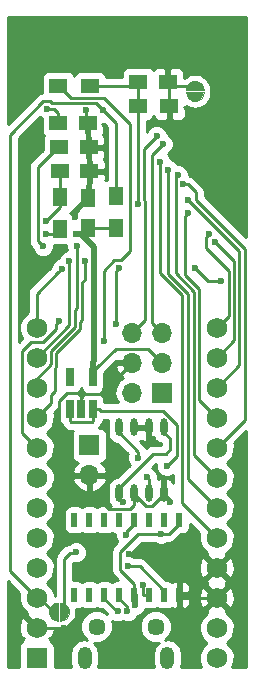
<source format=gbr>
G04 #@! TF.FileFunction,Copper,L2,Bot,Signal*
%FSLAX46Y46*%
G04 Gerber Fmt 4.6, Leading zero omitted, Abs format (unit mm)*
G04 Created by KiCad (PCBNEW 4.0.7) date 06/04/18 23:25:08*
%MOMM*%
%LPD*%
G01*
G04 APERTURE LIST*
%ADD10C,0.100000*%
%ADD11C,0.010000*%
%ADD12R,1.752600X1.752600*%
%ADD13C,1.752600*%
%ADD14R,1.500000X1.250000*%
%ADD15R,1.250000X1.500000*%
%ADD16C,0.400000*%
%ADD17R,1.300000X1.500000*%
%ADD18C,1.450000*%
%ADD19O,1.200000X1.900000*%
%ADD20R,0.650000X1.560000*%
%ADD21R,1.700000X1.700000*%
%ADD22O,1.700000X1.700000*%
%ADD23R,0.508000X1.143000*%
%ADD24O,0.609600X1.473200*%
%ADD25R,1.500000X1.300000*%
%ADD26C,0.600000*%
%ADD27C,0.250000*%
%ADD28C,0.500000*%
%ADD29C,0.254000*%
G04 APERTURE END LIST*
D10*
D11*
G36*
X114251040Y-104288260D02*
X114296240Y-104544760D01*
X114426540Y-104770360D01*
X114626040Y-104937760D01*
X114870840Y-105026860D01*
X115131240Y-105026860D01*
X115376040Y-104937760D01*
X115575540Y-104770360D01*
X115705840Y-104544760D01*
X115751040Y-104288260D01*
X114251040Y-104288260D01*
X114251040Y-104288260D01*
G37*
X114251040Y-104288260D02*
X114296240Y-104544760D01*
X114426540Y-104770360D01*
X114626040Y-104937760D01*
X114870840Y-105026860D01*
X115131240Y-105026860D01*
X115376040Y-104937760D01*
X115575540Y-104770360D01*
X115705840Y-104544760D01*
X115751040Y-104288260D01*
X114251040Y-104288260D01*
G36*
X115751040Y-104088260D02*
X115705840Y-103831760D01*
X115575540Y-103606160D01*
X115376040Y-103438760D01*
X115131240Y-103349660D01*
X114870840Y-103349660D01*
X114626040Y-103438760D01*
X114426540Y-103606160D01*
X114296240Y-103831760D01*
X114251040Y-104088260D01*
X115751040Y-104088260D01*
X115751040Y-104088260D01*
G37*
X115751040Y-104088260D02*
X115705840Y-103831760D01*
X115575540Y-103606160D01*
X115376040Y-103438760D01*
X115131240Y-103349660D01*
X114870840Y-103349660D01*
X114626040Y-103438760D01*
X114426540Y-103606160D01*
X114296240Y-103831760D01*
X114251040Y-104088260D01*
X115751040Y-104088260D01*
G36*
X103377060Y-147504720D02*
X103120560Y-147549920D01*
X102894960Y-147680220D01*
X102727560Y-147879720D01*
X102638460Y-148124520D01*
X102638460Y-148384920D01*
X102727560Y-148629720D01*
X102894960Y-148829220D01*
X103120560Y-148959520D01*
X103377060Y-149004720D01*
X103377060Y-147504720D01*
X103377060Y-147504720D01*
G37*
X103377060Y-147504720D02*
X103120560Y-147549920D01*
X102894960Y-147680220D01*
X102727560Y-147879720D01*
X102638460Y-148124520D01*
X102638460Y-148384920D01*
X102727560Y-148629720D01*
X102894960Y-148829220D01*
X103120560Y-148959520D01*
X103377060Y-149004720D01*
X103377060Y-147504720D01*
G36*
X103577060Y-149004720D02*
X103833560Y-148959520D01*
X104059160Y-148829220D01*
X104226560Y-148629720D01*
X104315660Y-148384920D01*
X104315660Y-148124520D01*
X104226560Y-147879720D01*
X104059160Y-147680220D01*
X103833560Y-147549920D01*
X103577060Y-147504720D01*
X103577060Y-149004720D01*
X103577060Y-149004720D01*
G37*
X103577060Y-149004720D02*
X103833560Y-148959520D01*
X104059160Y-148829220D01*
X104226560Y-148629720D01*
X104315660Y-148384920D01*
X104315660Y-148124520D01*
X104226560Y-147879720D01*
X104059160Y-147680220D01*
X103833560Y-147549920D01*
X103577060Y-147504720D01*
X103577060Y-149004720D01*
D12*
X101600000Y-152146000D03*
D13*
X101600000Y-149606000D03*
X101600000Y-147066000D03*
X101600000Y-144526000D03*
X101600000Y-141986000D03*
X101600000Y-139446000D03*
X101600000Y-136906000D03*
X101600000Y-134366000D03*
X101600000Y-131826000D03*
X101600000Y-129286000D03*
X101600000Y-126746000D03*
X101600000Y-124206000D03*
X116840000Y-124206000D03*
X116840000Y-126746000D03*
X116840000Y-129286000D03*
X116840000Y-131826000D03*
X116840000Y-134366000D03*
X116840000Y-136906000D03*
X116840000Y-139446000D03*
X116840000Y-141986000D03*
X116840000Y-144526000D03*
X116840000Y-147066000D03*
X116840000Y-149606000D03*
X116840000Y-152146000D03*
D14*
X103494200Y-108930440D03*
X105994200Y-108930440D03*
X103547540Y-110964980D03*
X106047540Y-110964980D03*
D15*
X105976420Y-115740180D03*
X105976420Y-113240180D03*
D16*
X115001040Y-103738260D03*
X115001040Y-104638260D03*
X115001040Y-104638260D03*
X115001040Y-103738260D03*
D17*
X103538020Y-113140500D03*
X103538020Y-115840500D03*
X108325921Y-113080821D03*
X108325921Y-115780821D03*
D14*
X103428160Y-106870500D03*
X105928160Y-106870500D03*
D18*
X106669200Y-149508980D03*
X111669200Y-149508980D03*
D19*
X105669200Y-152208980D03*
X112669200Y-152208980D03*
D20*
X106334640Y-131107180D03*
X105384640Y-131107180D03*
X104434640Y-131107180D03*
X104434640Y-128407180D03*
X106334640Y-128407180D03*
D21*
X106072940Y-134167880D03*
D22*
X106072940Y-136707880D03*
D23*
X113690400Y-140477240D03*
X111150400Y-140477240D03*
X109880400Y-140477240D03*
X108610400Y-140477240D03*
X107340400Y-140477240D03*
X106070400Y-140477240D03*
X104800400Y-140477240D03*
X104800400Y-146827240D03*
X106070400Y-146827240D03*
X107340400Y-146827240D03*
X108610400Y-146827240D03*
X109880400Y-146827240D03*
X111150400Y-146827240D03*
X112420400Y-146827240D03*
X113690400Y-146827240D03*
X112420400Y-140477240D03*
D21*
X112229900Y-129715260D03*
D22*
X109689900Y-129715260D03*
X112229900Y-127175260D03*
X109689900Y-127175260D03*
X112229900Y-124635260D03*
X109689900Y-124635260D03*
D16*
X103927060Y-148254720D03*
X103027060Y-148254720D03*
X103027060Y-148254720D03*
X103927060Y-148254720D03*
D24*
X112359440Y-138236960D03*
X111089440Y-138236960D03*
X109819440Y-138236960D03*
X108549440Y-138236960D03*
X108549440Y-132648960D03*
X109819440Y-132648960D03*
X111089440Y-132648960D03*
X112359440Y-132648960D03*
D14*
X110199800Y-103388160D03*
X112699800Y-103388160D03*
D25*
X103430080Y-103756460D03*
X106130080Y-103756460D03*
X110144580Y-105417620D03*
X112844580Y-105417620D03*
D26*
X103940000Y-149606000D03*
X106350000Y-143390000D03*
X109450000Y-143330000D03*
X111972968Y-143357040D03*
X105400000Y-129710000D03*
X104815640Y-114808000D03*
X105775760Y-105806484D03*
X101036120Y-120291860D03*
X112882680Y-138930380D03*
X111452771Y-133596380D03*
X103124000Y-100076000D03*
X102362000Y-100076000D03*
X109474000Y-100076000D03*
X116078000Y-100076000D03*
X116078000Y-98806000D03*
X109474000Y-98806000D03*
X103124000Y-98806000D03*
X102362000Y-98806000D03*
X102351840Y-115133120D03*
X102144164Y-117310340D03*
X104889300Y-116235480D03*
X111757460Y-108003340D03*
X107246420Y-105791000D03*
X112274185Y-108658339D03*
X102402640Y-116265960D03*
X105671708Y-118579336D03*
X103740379Y-119196281D03*
X108567220Y-119136330D03*
X108313220Y-123855480D03*
X110568164Y-146007023D03*
X103525320Y-123639580D03*
X104365728Y-118588588D03*
X105008691Y-117248951D03*
X116682210Y-116926346D03*
X116220410Y-116273078D03*
X112024560Y-110153001D03*
X112760760Y-110881160D03*
X113570969Y-111272954D03*
X113988612Y-112063856D03*
X114438623Y-114513360D03*
X114438623Y-113392642D03*
X117224186Y-120241060D03*
X115008660Y-119156480D03*
X102486460Y-105666540D03*
X108460000Y-148230000D03*
X108892184Y-138955728D03*
X109902325Y-147717229D03*
X112118140Y-141678660D03*
X109271888Y-148209742D03*
X112615980Y-135895080D03*
X107294680Y-125310900D03*
X110202751Y-135203616D03*
X110923364Y-136883375D03*
X104940000Y-143230000D03*
X109190049Y-141777720D03*
X109304969Y-144416780D03*
X110149810Y-113746280D03*
D27*
X101600000Y-149606000D02*
X103940000Y-149606000D01*
X111521664Y-143330000D02*
X109450000Y-143330000D01*
X111972968Y-143357040D02*
X111548704Y-143357040D01*
X111548704Y-143357040D02*
X111521664Y-143330000D01*
X105167460Y-129860000D02*
X105384640Y-130077180D01*
X105007480Y-129700020D02*
X105167460Y-129860000D01*
X105167460Y-129860000D02*
X105250000Y-129860000D01*
X105250000Y-129860000D02*
X105400000Y-129710000D01*
X106072940Y-137909961D02*
X106072940Y-136707880D01*
X109462261Y-139580739D02*
X107743718Y-139580739D01*
X107743718Y-139580739D02*
X106072940Y-137909961D01*
X109819440Y-139223560D02*
X109462261Y-139580739D01*
X109819440Y-138236960D02*
X109819440Y-139223560D01*
D28*
X104815640Y-114808000D02*
X104815640Y-114400960D01*
X104815640Y-114400960D02*
X105976420Y-113240180D01*
D27*
X105775760Y-105806484D02*
X105775760Y-106718100D01*
X105775760Y-106718100D02*
X105928160Y-106870500D01*
X115001040Y-103738260D02*
X113049900Y-103738260D01*
X113049900Y-103738260D02*
X112699800Y-103388160D01*
X112844580Y-105417620D02*
X112844580Y-103532940D01*
X112844580Y-103532940D02*
X112699800Y-103388160D01*
X105632260Y-129829560D02*
X107035600Y-129829560D01*
X107035600Y-129829560D02*
X109689900Y-127175260D01*
X105384640Y-130077180D02*
X105632260Y-129829560D01*
X104151798Y-129700020D02*
X105007480Y-129700020D01*
X105384640Y-130077180D02*
X105384640Y-131107180D01*
X103469440Y-135511540D02*
X103469440Y-130382378D01*
X103469440Y-130382378D02*
X104151798Y-129700020D01*
X104665780Y-136707880D02*
X103469440Y-135511540D01*
X106072940Y-136707880D02*
X104665780Y-136707880D01*
X109689900Y-126771300D02*
X109689900Y-127175260D01*
X112882680Y-138930380D02*
X112882680Y-138760200D01*
X112882680Y-138760200D02*
X112359440Y-138236960D01*
X112359440Y-138236960D02*
X112359440Y-138289445D01*
X112359440Y-138289445D02*
X111350315Y-139298570D01*
X111350315Y-139298570D02*
X110828565Y-139298570D01*
X109819440Y-138289445D02*
X110828565Y-139298570D01*
X109819440Y-138236960D02*
X109819440Y-138289445D01*
X111089440Y-132648960D02*
X111089440Y-133233049D01*
X111089440Y-133233049D02*
X111452771Y-133596380D01*
X110109000Y-138892280D02*
X110109000Y-138526520D01*
X110109000Y-138526520D02*
X109819440Y-138236960D01*
X109819440Y-132648960D02*
X111089440Y-132648960D01*
X105994200Y-108930440D02*
X105994200Y-106936540D01*
X105994200Y-106936540D02*
X105928160Y-106870500D01*
X116840000Y-147066000D02*
X113929160Y-147066000D01*
X113929160Y-147066000D02*
X113690400Y-146827240D01*
X106047540Y-110964980D02*
X106047540Y-108983780D01*
X106047540Y-108983780D02*
X105994200Y-108930440D01*
X105976420Y-113240180D02*
X105976420Y-111036100D01*
X105976420Y-111036100D02*
X106047540Y-110964980D01*
X102362000Y-100076000D02*
X103124000Y-100076000D01*
X116078000Y-100076000D02*
X109474000Y-100076000D01*
X109474000Y-98806000D02*
X116078000Y-98806000D01*
X102362000Y-98806000D02*
X103124000Y-98806000D01*
X103538020Y-113140500D02*
X103538020Y-110974500D01*
X103538020Y-110974500D02*
X103547540Y-110964980D01*
X103538020Y-113040500D02*
X103538020Y-113140500D01*
X103538020Y-113140500D02*
X103538020Y-113946940D01*
X103538020Y-113946940D02*
X102351840Y-115133120D01*
X103494200Y-108930440D02*
X103369200Y-108930440D01*
X101673660Y-116839836D02*
X101844165Y-117010341D01*
X101844165Y-117010341D02*
X102144164Y-117310340D01*
X103369200Y-108930440D02*
X101673660Y-110625980D01*
X101673660Y-110625980D02*
X101673660Y-116839836D01*
X108286561Y-126000259D02*
X106745800Y-127541020D01*
X106334640Y-127952180D02*
X106745800Y-127541020D01*
X106745800Y-127541020D02*
X106126040Y-128160780D01*
X106334640Y-128407180D02*
X106334640Y-127952180D01*
X108459019Y-126000259D02*
X108286561Y-126000259D01*
X112229900Y-127175260D02*
X111054899Y-126000259D01*
X111054899Y-126000259D02*
X108459019Y-126000259D01*
D28*
X106474260Y-117396176D02*
X106474260Y-126987560D01*
X106474260Y-126987560D02*
X106334640Y-127127180D01*
X106334640Y-127127180D02*
X106334640Y-128407180D01*
X105313564Y-116235480D02*
X106474260Y-117396176D01*
X104889300Y-116235480D02*
X105313564Y-116235480D01*
D27*
X105976420Y-115740180D02*
X108285280Y-115740180D01*
X108285280Y-115740180D02*
X108325921Y-115780821D01*
D28*
X104889300Y-116235480D02*
X105481120Y-116235480D01*
X105481120Y-116235480D02*
X105976420Y-115740180D01*
D27*
X110716060Y-109044740D02*
X111457461Y-108303339D01*
X110716060Y-113387526D02*
X110716060Y-109044740D01*
X110774812Y-123550348D02*
X110774812Y-113446278D01*
X109689900Y-124635260D02*
X110774812Y-123550348D01*
X111457461Y-108303339D02*
X111757460Y-108003340D01*
X110774812Y-113446278D02*
X110716060Y-113387526D01*
X106946421Y-105491001D02*
X107246420Y-105791000D01*
X106636892Y-105181472D02*
X106946421Y-105491001D01*
X102880676Y-105181472D02*
X106636892Y-105181472D01*
X102740742Y-105041538D02*
X102880676Y-105181472D01*
X102140738Y-105041538D02*
X102740742Y-105041538D01*
X99319080Y-107863196D02*
X102140738Y-105041538D01*
X99319080Y-144785080D02*
X99319080Y-107863196D01*
X101600000Y-147066000D02*
X99319080Y-144785080D01*
X108325921Y-106870501D02*
X107546419Y-106090999D01*
X108325921Y-113080821D02*
X108325921Y-106870501D01*
X107546419Y-106090999D02*
X107246420Y-105791000D01*
X101600000Y-147066000D02*
X101838340Y-147066000D01*
X101838340Y-147066000D02*
X103027060Y-148254720D01*
X112229900Y-124635260D02*
X111379901Y-123785261D01*
X111379901Y-109552623D02*
X111974186Y-108958338D01*
X111974186Y-108958338D02*
X112274185Y-108658339D01*
X111379901Y-123785261D02*
X111379901Y-109552623D01*
X102402640Y-116265960D02*
X103112560Y-116265960D01*
X103112560Y-116265960D02*
X103538020Y-115840500D01*
X101600000Y-131826000D02*
X101600000Y-131803140D01*
X101600000Y-131803140D02*
X102783640Y-130619500D01*
X103121460Y-129542466D02*
X103121460Y-127638877D01*
X102783640Y-130619500D02*
X102783640Y-129880286D01*
X102783640Y-129880286D02*
X103121460Y-129542466D01*
X103251312Y-126367508D02*
X105265749Y-124353072D01*
X103121460Y-127638877D02*
X103251312Y-127509025D01*
X103251312Y-127509025D02*
X103251312Y-126367508D01*
X105265749Y-124353072D02*
X105265749Y-123738109D01*
X105265749Y-123738109D02*
X105458701Y-123545159D01*
X105458701Y-123545159D02*
X105458701Y-120344759D01*
X105458701Y-120344759D02*
X105671708Y-120131752D01*
X105671708Y-120131752D02*
X105671708Y-119003600D01*
X105671708Y-119003600D02*
X105671708Y-118579336D01*
X101854000Y-131826000D02*
X101600000Y-131826000D01*
X103440380Y-119496280D02*
X103740379Y-119196281D01*
X101600000Y-124206000D02*
X101600000Y-121336660D01*
X101600000Y-121336660D02*
X103440380Y-119496280D01*
X108313220Y-123855480D02*
X108313220Y-119390330D01*
X108313220Y-119390330D02*
X108567220Y-119136330D01*
X110568164Y-146749004D02*
X110568164Y-146431287D01*
X110568164Y-146431287D02*
X110568164Y-146007023D01*
X111150400Y-146827240D02*
X110646400Y-146827240D01*
X110646400Y-146827240D02*
X110568164Y-146749004D01*
X101600000Y-134366000D02*
X100398699Y-133164699D01*
X100398699Y-133164699D02*
X100398699Y-126169375D01*
X102176625Y-125407301D02*
X103225321Y-124358605D01*
X103225321Y-123939579D02*
X103525320Y-123639580D01*
X100398699Y-126169375D02*
X101160773Y-125407301D01*
X101160773Y-125407301D02*
X102176625Y-125407301D01*
X103225321Y-124358605D02*
X103225321Y-123939579D01*
X101600000Y-126746000D02*
X104365728Y-123980272D01*
X104365728Y-123980272D02*
X104365728Y-119012852D01*
X104365728Y-119012852D02*
X104365728Y-118588588D01*
X105008691Y-117673215D02*
X105008691Y-117248951D01*
X105008691Y-122540878D02*
X105008691Y-117673215D01*
X104815738Y-122733831D02*
X105008691Y-122540878D01*
X102801301Y-126181109D02*
X104815738Y-124166672D01*
X102801301Y-127322625D02*
X102801301Y-126181109D01*
X101600000Y-128523926D02*
X102801301Y-127322625D01*
X101600000Y-129286000D02*
X101600000Y-128523926D01*
X104815738Y-124166672D02*
X104815738Y-122733831D01*
X116982209Y-117226345D02*
X116682210Y-116926346D01*
X116840000Y-126746000D02*
X118299207Y-125286793D01*
X118299207Y-118543343D02*
X116982209Y-117226345D01*
X118299207Y-125286793D02*
X118299207Y-118543343D01*
X115920411Y-117494417D02*
X115920411Y-116573077D01*
X117849196Y-123196804D02*
X117849196Y-119423202D01*
X117849196Y-119423202D02*
X115920411Y-117494417D01*
X116840000Y-124206000D02*
X117849196Y-123196804D01*
X115920411Y-116573077D02*
X116220410Y-116273078D01*
X112024560Y-119548040D02*
X112024560Y-110577265D01*
X112024560Y-110577265D02*
X112024560Y-110153001D01*
X116840000Y-141986000D02*
X113934240Y-139080240D01*
X113934240Y-139080240D02*
X113934240Y-121457720D01*
X113934240Y-121457720D02*
X112024560Y-119548040D01*
X112760760Y-111305424D02*
X112760760Y-110881160D01*
X112760760Y-119647829D02*
X112760760Y-111305424D01*
X114445211Y-121332280D02*
X112760760Y-119647829D01*
X114445211Y-137051211D02*
X114445211Y-121332280D01*
X116840000Y-139446000D02*
X114445211Y-137051211D01*
X116840000Y-136906000D02*
X114895222Y-134961222D01*
X113363602Y-111480321D02*
X113570969Y-111272954D01*
X114895222Y-121145880D02*
X113363602Y-119614261D01*
X113363602Y-119614261D02*
X113363602Y-111480321D01*
X114895222Y-134961222D02*
X114895222Y-121145880D01*
X116840000Y-134366000D02*
X119199229Y-132006771D01*
X119199229Y-117516838D02*
X115063624Y-113381233D01*
X119199229Y-132006771D02*
X119199229Y-117516838D01*
X115063624Y-112714604D02*
X114412876Y-112063856D01*
X114412876Y-112063856D02*
X113988612Y-112063856D01*
X115063624Y-113381233D02*
X115063624Y-112714604D01*
X114138624Y-114813359D02*
X114438623Y-114513360D01*
X115345233Y-130331233D02*
X115345233Y-120959480D01*
X114138624Y-119752871D02*
X114138624Y-114813359D01*
X116840000Y-131826000D02*
X115345233Y-130331233D01*
X115345233Y-120959480D02*
X114138624Y-119752871D01*
X116840000Y-129286000D02*
X118749218Y-127376782D01*
X118749218Y-117703237D02*
X114738622Y-113692641D01*
X118749218Y-127376782D02*
X118749218Y-117703237D01*
X114738622Y-113692641D02*
X114438623Y-113392642D01*
X116093240Y-120241060D02*
X116799922Y-120241060D01*
X115008660Y-119156480D02*
X116093240Y-120241060D01*
X116799922Y-120241060D02*
X117224186Y-120241060D01*
X103099200Y-105666540D02*
X102910724Y-105666540D01*
X103428160Y-106870500D02*
X103428160Y-105995500D01*
X102910724Y-105666540D02*
X102486460Y-105666540D01*
X103428160Y-105995500D02*
X103099200Y-105666540D01*
X107340400Y-146827240D02*
X107340400Y-147144740D01*
X107340400Y-147144740D02*
X108425660Y-148230000D01*
X108425660Y-148230000D02*
X108460000Y-148230000D01*
X110176336Y-141678660D02*
X111693876Y-141678660D01*
X108679968Y-143175028D02*
X110176336Y-141678660D01*
X108679968Y-144716781D02*
X108679968Y-143175028D01*
X111693876Y-141678660D02*
X112118140Y-141678660D01*
X109880400Y-145917213D02*
X108679968Y-144716781D01*
X109880400Y-146827240D02*
X109880400Y-145917213D01*
X108549440Y-138612984D02*
X108592185Y-138655729D01*
X108592185Y-138655729D02*
X108892184Y-138955728D01*
X108549440Y-138236960D02*
X108549440Y-138612984D01*
D28*
X109880400Y-146827240D02*
X109902325Y-146849165D01*
X109902325Y-146849165D02*
X109902325Y-147292965D01*
X109902325Y-147292965D02*
X109902325Y-147717229D01*
D27*
X113690400Y-140159740D02*
X113690400Y-140477240D01*
X108549440Y-138236960D02*
X108549440Y-138668760D01*
X108549440Y-138236960D02*
X108549440Y-137805160D01*
X112914240Y-133635560D02*
X112359440Y-133080760D01*
X112359440Y-133080760D02*
X112359440Y-132648960D01*
X108549440Y-137805160D02*
X111482978Y-134871622D01*
X112552762Y-134871622D02*
X112914240Y-134510144D01*
X112914240Y-134510144D02*
X112914240Y-133635560D01*
X111482978Y-134871622D02*
X112552762Y-134871622D01*
X113690400Y-140477240D02*
X113690400Y-140794740D01*
X113690400Y-140794740D02*
X112806480Y-141678660D01*
X112806480Y-141678660D02*
X112118140Y-141678660D01*
X108610400Y-146827240D02*
X108610400Y-147144740D01*
X109271888Y-147806228D02*
X109271888Y-148209742D01*
X108610400Y-147144740D02*
X109271888Y-147806228D01*
X113446560Y-132413595D02*
X113446560Y-135064500D01*
X113446560Y-135064500D02*
X112615980Y-135895080D01*
X107082360Y-131279900D02*
X112312865Y-131279900D01*
X112312865Y-131279900D02*
X113446560Y-132413595D01*
X106334640Y-131107180D02*
X106909640Y-131107180D01*
X106909640Y-131107180D02*
X107082360Y-131279900D01*
X106334640Y-131107180D02*
X106334640Y-132137180D01*
X106334640Y-132137180D02*
X106259639Y-132212181D01*
X106259639Y-132212181D02*
X104509641Y-132212181D01*
X104509641Y-132212181D02*
X104434640Y-132137180D01*
X104434640Y-132137180D02*
X104434640Y-131107180D01*
X104505081Y-104731461D02*
X107327341Y-104731461D01*
X108750100Y-118511320D02*
X108155740Y-118511320D01*
X107294680Y-119372380D02*
X107294680Y-124886636D01*
X103530080Y-103756460D02*
X104505081Y-104731461D01*
X107327341Y-104731461D02*
X109524800Y-106928920D01*
X108155740Y-118511320D02*
X107294680Y-119372380D01*
X103430080Y-103756460D02*
X103530080Y-103756460D01*
X109524800Y-117736620D02*
X108750100Y-118511320D01*
X107294680Y-124886636D02*
X107294680Y-125310900D01*
X109524800Y-106928920D02*
X109524800Y-117736620D01*
X110202751Y-134779352D02*
X110202751Y-135203616D01*
X110202751Y-134734071D02*
X110202751Y-134779352D01*
X108549440Y-133080760D02*
X110202751Y-134734071D01*
X108549440Y-132648960D02*
X108549440Y-133080760D01*
X111089440Y-137049451D02*
X110923364Y-136883375D01*
X111089440Y-138236960D02*
X111089440Y-137049451D01*
X103927060Y-146157100D02*
X103927060Y-143752940D01*
X104900000Y-143270000D02*
X104940000Y-143230000D01*
X103927060Y-143752940D02*
X104410000Y-143270000D01*
X104410000Y-143270000D02*
X104900000Y-143270000D01*
X103927060Y-148254720D02*
X103927060Y-146157100D01*
X103927060Y-146157100D02*
X103924100Y-146154140D01*
X109190049Y-141485091D02*
X109190049Y-141777720D01*
X109880400Y-140477240D02*
X109880400Y-140794740D01*
X109880400Y-140794740D02*
X109190049Y-141485091D01*
X109729233Y-144416780D02*
X109304969Y-144416780D01*
X110327440Y-144416780D02*
X109729233Y-144416780D01*
X112420400Y-146509740D02*
X110327440Y-144416780D01*
X112420400Y-146827240D02*
X112420400Y-146509740D01*
X110144580Y-113741050D02*
X110149810Y-113746280D01*
X110144580Y-105417620D02*
X110144580Y-113741050D01*
X110144580Y-105417620D02*
X110144580Y-103443380D01*
X110144580Y-103443380D02*
X110199800Y-103388160D01*
X106130080Y-103756460D02*
X109831500Y-103756460D01*
X109831500Y-103756460D02*
X110199800Y-103388160D01*
D29*
G36*
X119305000Y-152960000D02*
X118138409Y-152960000D01*
X118351037Y-152447935D01*
X118351562Y-151846703D01*
X118121965Y-151291036D01*
X117707302Y-150875649D01*
X118120471Y-150463200D01*
X118351037Y-149907935D01*
X118351562Y-149306703D01*
X118121965Y-148751036D01*
X117697200Y-148325529D01*
X117663408Y-148311497D01*
X117723396Y-148129001D01*
X116840000Y-147245605D01*
X115956604Y-148129001D01*
X116016447Y-148311056D01*
X115985036Y-148324035D01*
X115559529Y-148748800D01*
X115328963Y-149304065D01*
X115328438Y-149905297D01*
X115558035Y-150460964D01*
X115972698Y-150876351D01*
X115559529Y-151288800D01*
X115328963Y-151844065D01*
X115328438Y-152445297D01*
X115541109Y-152960000D01*
X113830609Y-152960000D01*
X113904200Y-152590032D01*
X113904200Y-151827928D01*
X113810191Y-151355314D01*
X113542477Y-150954651D01*
X113141814Y-150686937D01*
X112669200Y-150592928D01*
X112468348Y-150632880D01*
X112821480Y-150280364D01*
X113028963Y-149780688D01*
X113029436Y-149239646D01*
X112822824Y-148739608D01*
X112440584Y-148356700D01*
X111940908Y-148149217D01*
X111399866Y-148148744D01*
X110899828Y-148355356D01*
X110516920Y-148737596D01*
X110309437Y-149237272D01*
X110308964Y-149778314D01*
X110515576Y-150278352D01*
X110897816Y-150661260D01*
X111397492Y-150868743D01*
X111923805Y-150869203D01*
X111795923Y-150954651D01*
X111528209Y-151355314D01*
X111434200Y-151827928D01*
X111434200Y-152590032D01*
X111507791Y-152960000D01*
X106830609Y-152960000D01*
X106904200Y-152590032D01*
X106904200Y-151827928D01*
X106810191Y-151355314D01*
X106542477Y-150954651D01*
X106413928Y-150868757D01*
X106938534Y-150869216D01*
X107438572Y-150662604D01*
X107821480Y-150280364D01*
X108028963Y-149780688D01*
X108029436Y-149239646D01*
X107941639Y-149027161D01*
X108273201Y-149164838D01*
X108645167Y-149165162D01*
X108890516Y-149063786D01*
X109085089Y-149144580D01*
X109457055Y-149144904D01*
X109800831Y-149002859D01*
X110064080Y-148740069D01*
X110103179Y-148645909D01*
X110431268Y-148510346D01*
X110694517Y-148247556D01*
X110787309Y-148024089D01*
X110896400Y-148046180D01*
X111404400Y-148046180D01*
X111639717Y-148001902D01*
X111786307Y-147907574D01*
X111914510Y-147995171D01*
X112166400Y-148046180D01*
X112674400Y-148046180D01*
X112909717Y-148001902D01*
X113050771Y-147911136D01*
X113076702Y-147937067D01*
X113310091Y-148033740D01*
X113404650Y-148033740D01*
X113563400Y-147874990D01*
X113563400Y-146954240D01*
X113817400Y-146954240D01*
X113817400Y-147874990D01*
X113976150Y-148033740D01*
X114070709Y-148033740D01*
X114304098Y-147937067D01*
X114482727Y-147758439D01*
X114579400Y-147525050D01*
X114579400Y-147112990D01*
X114420650Y-146954240D01*
X113817400Y-146954240D01*
X113563400Y-146954240D01*
X113543400Y-146954240D01*
X113543400Y-146830997D01*
X115317118Y-146830997D01*
X115343109Y-147431668D01*
X115522973Y-147865896D01*
X115776999Y-147949396D01*
X116660395Y-147066000D01*
X117019605Y-147066000D01*
X117903001Y-147949396D01*
X118157027Y-147865896D01*
X118362882Y-147301003D01*
X118336891Y-146700332D01*
X118157027Y-146266104D01*
X117903001Y-146182604D01*
X117019605Y-147066000D01*
X116660395Y-147066000D01*
X115776999Y-146182604D01*
X115522973Y-146266104D01*
X115317118Y-146830997D01*
X113543400Y-146830997D01*
X113543400Y-146700240D01*
X113563400Y-146700240D01*
X113563400Y-145779490D01*
X113817400Y-145779490D01*
X113817400Y-146700240D01*
X114420650Y-146700240D01*
X114579400Y-146541490D01*
X114579400Y-146129430D01*
X114482727Y-145896041D01*
X114304098Y-145717413D01*
X114070709Y-145620740D01*
X113976150Y-145620740D01*
X113817400Y-145779490D01*
X113563400Y-145779490D01*
X113404650Y-145620740D01*
X113310091Y-145620740D01*
X113076702Y-145717413D01*
X113050165Y-145743949D01*
X112926290Y-145659309D01*
X112674400Y-145608300D01*
X112593762Y-145608300D01*
X112574463Y-145589001D01*
X115956604Y-145589001D01*
X116024646Y-145796000D01*
X115956604Y-146002999D01*
X116840000Y-146886395D01*
X117723396Y-146002999D01*
X117655354Y-145796000D01*
X117723396Y-145589001D01*
X116840000Y-144705605D01*
X115956604Y-145589001D01*
X112574463Y-145589001D01*
X111276459Y-144290997D01*
X115317118Y-144290997D01*
X115343109Y-144891668D01*
X115522973Y-145325896D01*
X115776999Y-145409396D01*
X116660395Y-144526000D01*
X117019605Y-144526000D01*
X117903001Y-145409396D01*
X118157027Y-145325896D01*
X118362882Y-144761003D01*
X118336891Y-144160332D01*
X118157027Y-143726104D01*
X117903001Y-143642604D01*
X117019605Y-144526000D01*
X116660395Y-144526000D01*
X115776999Y-143642604D01*
X115522973Y-143726104D01*
X115317118Y-144290997D01*
X111276459Y-144290997D01*
X110864841Y-143879379D01*
X110618279Y-143714632D01*
X110327440Y-143656780D01*
X109867432Y-143656780D01*
X109835296Y-143624588D01*
X109491768Y-143481942D01*
X109447894Y-143481904D01*
X110491138Y-142438660D01*
X111555677Y-142438660D01*
X111587813Y-142470852D01*
X111931341Y-142613498D01*
X112303307Y-142613822D01*
X112647083Y-142471777D01*
X112680258Y-142438660D01*
X112806480Y-142438660D01*
X113097319Y-142380808D01*
X113343881Y-142216061D01*
X113863762Y-141696180D01*
X113944400Y-141696180D01*
X114179717Y-141651902D01*
X114395841Y-141512830D01*
X114540831Y-141300630D01*
X114591840Y-141048740D01*
X114591840Y-140812642D01*
X115368367Y-141589169D01*
X115328963Y-141684065D01*
X115328438Y-142285297D01*
X115558035Y-142840964D01*
X115982800Y-143266471D01*
X116016592Y-143280503D01*
X115956604Y-143462999D01*
X116840000Y-144346395D01*
X117723396Y-143462999D01*
X117663553Y-143280944D01*
X117694964Y-143267965D01*
X118120471Y-142843200D01*
X118351037Y-142287935D01*
X118351562Y-141686703D01*
X118121965Y-141131036D01*
X117707302Y-140715649D01*
X118120471Y-140303200D01*
X118351037Y-139747935D01*
X118351562Y-139146703D01*
X118121965Y-138591036D01*
X117707302Y-138175649D01*
X118120471Y-137763200D01*
X118351037Y-137207935D01*
X118351562Y-136606703D01*
X118121965Y-136051036D01*
X117707302Y-135635649D01*
X118120471Y-135223200D01*
X118351037Y-134667935D01*
X118351562Y-134066703D01*
X118311370Y-133969432D01*
X119305000Y-132975802D01*
X119305000Y-152960000D01*
X119305000Y-152960000D01*
G37*
X119305000Y-152960000D02*
X118138409Y-152960000D01*
X118351037Y-152447935D01*
X118351562Y-151846703D01*
X118121965Y-151291036D01*
X117707302Y-150875649D01*
X118120471Y-150463200D01*
X118351037Y-149907935D01*
X118351562Y-149306703D01*
X118121965Y-148751036D01*
X117697200Y-148325529D01*
X117663408Y-148311497D01*
X117723396Y-148129001D01*
X116840000Y-147245605D01*
X115956604Y-148129001D01*
X116016447Y-148311056D01*
X115985036Y-148324035D01*
X115559529Y-148748800D01*
X115328963Y-149304065D01*
X115328438Y-149905297D01*
X115558035Y-150460964D01*
X115972698Y-150876351D01*
X115559529Y-151288800D01*
X115328963Y-151844065D01*
X115328438Y-152445297D01*
X115541109Y-152960000D01*
X113830609Y-152960000D01*
X113904200Y-152590032D01*
X113904200Y-151827928D01*
X113810191Y-151355314D01*
X113542477Y-150954651D01*
X113141814Y-150686937D01*
X112669200Y-150592928D01*
X112468348Y-150632880D01*
X112821480Y-150280364D01*
X113028963Y-149780688D01*
X113029436Y-149239646D01*
X112822824Y-148739608D01*
X112440584Y-148356700D01*
X111940908Y-148149217D01*
X111399866Y-148148744D01*
X110899828Y-148355356D01*
X110516920Y-148737596D01*
X110309437Y-149237272D01*
X110308964Y-149778314D01*
X110515576Y-150278352D01*
X110897816Y-150661260D01*
X111397492Y-150868743D01*
X111923805Y-150869203D01*
X111795923Y-150954651D01*
X111528209Y-151355314D01*
X111434200Y-151827928D01*
X111434200Y-152590032D01*
X111507791Y-152960000D01*
X106830609Y-152960000D01*
X106904200Y-152590032D01*
X106904200Y-151827928D01*
X106810191Y-151355314D01*
X106542477Y-150954651D01*
X106413928Y-150868757D01*
X106938534Y-150869216D01*
X107438572Y-150662604D01*
X107821480Y-150280364D01*
X108028963Y-149780688D01*
X108029436Y-149239646D01*
X107941639Y-149027161D01*
X108273201Y-149164838D01*
X108645167Y-149165162D01*
X108890516Y-149063786D01*
X109085089Y-149144580D01*
X109457055Y-149144904D01*
X109800831Y-149002859D01*
X110064080Y-148740069D01*
X110103179Y-148645909D01*
X110431268Y-148510346D01*
X110694517Y-148247556D01*
X110787309Y-148024089D01*
X110896400Y-148046180D01*
X111404400Y-148046180D01*
X111639717Y-148001902D01*
X111786307Y-147907574D01*
X111914510Y-147995171D01*
X112166400Y-148046180D01*
X112674400Y-148046180D01*
X112909717Y-148001902D01*
X113050771Y-147911136D01*
X113076702Y-147937067D01*
X113310091Y-148033740D01*
X113404650Y-148033740D01*
X113563400Y-147874990D01*
X113563400Y-146954240D01*
X113817400Y-146954240D01*
X113817400Y-147874990D01*
X113976150Y-148033740D01*
X114070709Y-148033740D01*
X114304098Y-147937067D01*
X114482727Y-147758439D01*
X114579400Y-147525050D01*
X114579400Y-147112990D01*
X114420650Y-146954240D01*
X113817400Y-146954240D01*
X113563400Y-146954240D01*
X113543400Y-146954240D01*
X113543400Y-146830997D01*
X115317118Y-146830997D01*
X115343109Y-147431668D01*
X115522973Y-147865896D01*
X115776999Y-147949396D01*
X116660395Y-147066000D01*
X117019605Y-147066000D01*
X117903001Y-147949396D01*
X118157027Y-147865896D01*
X118362882Y-147301003D01*
X118336891Y-146700332D01*
X118157027Y-146266104D01*
X117903001Y-146182604D01*
X117019605Y-147066000D01*
X116660395Y-147066000D01*
X115776999Y-146182604D01*
X115522973Y-146266104D01*
X115317118Y-146830997D01*
X113543400Y-146830997D01*
X113543400Y-146700240D01*
X113563400Y-146700240D01*
X113563400Y-145779490D01*
X113817400Y-145779490D01*
X113817400Y-146700240D01*
X114420650Y-146700240D01*
X114579400Y-146541490D01*
X114579400Y-146129430D01*
X114482727Y-145896041D01*
X114304098Y-145717413D01*
X114070709Y-145620740D01*
X113976150Y-145620740D01*
X113817400Y-145779490D01*
X113563400Y-145779490D01*
X113404650Y-145620740D01*
X113310091Y-145620740D01*
X113076702Y-145717413D01*
X113050165Y-145743949D01*
X112926290Y-145659309D01*
X112674400Y-145608300D01*
X112593762Y-145608300D01*
X112574463Y-145589001D01*
X115956604Y-145589001D01*
X116024646Y-145796000D01*
X115956604Y-146002999D01*
X116840000Y-146886395D01*
X117723396Y-146002999D01*
X117655354Y-145796000D01*
X117723396Y-145589001D01*
X116840000Y-144705605D01*
X115956604Y-145589001D01*
X112574463Y-145589001D01*
X111276459Y-144290997D01*
X115317118Y-144290997D01*
X115343109Y-144891668D01*
X115522973Y-145325896D01*
X115776999Y-145409396D01*
X116660395Y-144526000D01*
X117019605Y-144526000D01*
X117903001Y-145409396D01*
X118157027Y-145325896D01*
X118362882Y-144761003D01*
X118336891Y-144160332D01*
X118157027Y-143726104D01*
X117903001Y-143642604D01*
X117019605Y-144526000D01*
X116660395Y-144526000D01*
X115776999Y-143642604D01*
X115522973Y-143726104D01*
X115317118Y-144290997D01*
X111276459Y-144290997D01*
X110864841Y-143879379D01*
X110618279Y-143714632D01*
X110327440Y-143656780D01*
X109867432Y-143656780D01*
X109835296Y-143624588D01*
X109491768Y-143481942D01*
X109447894Y-143481904D01*
X110491138Y-142438660D01*
X111555677Y-142438660D01*
X111587813Y-142470852D01*
X111931341Y-142613498D01*
X112303307Y-142613822D01*
X112647083Y-142471777D01*
X112680258Y-142438660D01*
X112806480Y-142438660D01*
X113097319Y-142380808D01*
X113343881Y-142216061D01*
X113863762Y-141696180D01*
X113944400Y-141696180D01*
X114179717Y-141651902D01*
X114395841Y-141512830D01*
X114540831Y-141300630D01*
X114591840Y-141048740D01*
X114591840Y-140812642D01*
X115368367Y-141589169D01*
X115328963Y-141684065D01*
X115328438Y-142285297D01*
X115558035Y-142840964D01*
X115982800Y-143266471D01*
X116016592Y-143280503D01*
X115956604Y-143462999D01*
X116840000Y-144346395D01*
X117723396Y-143462999D01*
X117663553Y-143280944D01*
X117694964Y-143267965D01*
X118120471Y-142843200D01*
X118351037Y-142287935D01*
X118351562Y-141686703D01*
X118121965Y-141131036D01*
X117707302Y-140715649D01*
X118120471Y-140303200D01*
X118351037Y-139747935D01*
X118351562Y-139146703D01*
X118121965Y-138591036D01*
X117707302Y-138175649D01*
X118120471Y-137763200D01*
X118351037Y-137207935D01*
X118351562Y-136606703D01*
X118121965Y-136051036D01*
X117707302Y-135635649D01*
X118120471Y-135223200D01*
X118351037Y-134667935D01*
X118351562Y-134066703D01*
X118311370Y-133969432D01*
X119305000Y-132975802D01*
X119305000Y-152960000D01*
G36*
X106834510Y-147995171D02*
X107086400Y-148046180D01*
X107167038Y-148046180D01*
X107524848Y-148403990D01*
X107524838Y-148415167D01*
X107543122Y-148459417D01*
X107440584Y-148356700D01*
X106940908Y-148149217D01*
X106399866Y-148148744D01*
X105899828Y-148355356D01*
X105516920Y-148737596D01*
X105309437Y-149237272D01*
X105308964Y-149778314D01*
X105515576Y-150278352D01*
X105869345Y-150632739D01*
X105669200Y-150592928D01*
X105196586Y-150686937D01*
X104795923Y-150954651D01*
X104528209Y-151355314D01*
X104434200Y-151827928D01*
X104434200Y-152590032D01*
X104507791Y-152960000D01*
X103123740Y-152960000D01*
X103123740Y-151269700D01*
X103079462Y-151034383D01*
X102940390Y-150818259D01*
X102728190Y-150673269D01*
X102711720Y-150669934D01*
X102777631Y-150604023D01*
X102663003Y-150489395D01*
X102917027Y-150405896D01*
X103122882Y-149841003D01*
X103112801Y-149608014D01*
X103265992Y-149635009D01*
X103322059Y-149633780D01*
X103377060Y-149644720D01*
X103445689Y-149631069D01*
X103477060Y-149630381D01*
X103508431Y-149631069D01*
X103577060Y-149644720D01*
X103632061Y-149633780D01*
X103688128Y-149635009D01*
X103944628Y-149589809D01*
X104048317Y-149549499D01*
X104153652Y-149513723D01*
X104379251Y-149383423D01*
X104462769Y-149310156D01*
X104549429Y-149240604D01*
X104716829Y-149041103D01*
X104770293Y-148943651D01*
X104827963Y-148848613D01*
X104917063Y-148603813D01*
X104933973Y-148493947D01*
X104955660Y-148384920D01*
X104955660Y-148124520D01*
X104940077Y-148046180D01*
X105054400Y-148046180D01*
X105289717Y-148001902D01*
X105436307Y-147907574D01*
X105564510Y-147995171D01*
X105816400Y-148046180D01*
X106324400Y-148046180D01*
X106559717Y-148001902D01*
X106706307Y-147907574D01*
X106834510Y-147995171D01*
X106834510Y-147995171D01*
G37*
X106834510Y-147995171D02*
X107086400Y-148046180D01*
X107167038Y-148046180D01*
X107524848Y-148403990D01*
X107524838Y-148415167D01*
X107543122Y-148459417D01*
X107440584Y-148356700D01*
X106940908Y-148149217D01*
X106399866Y-148148744D01*
X105899828Y-148355356D01*
X105516920Y-148737596D01*
X105309437Y-149237272D01*
X105308964Y-149778314D01*
X105515576Y-150278352D01*
X105869345Y-150632739D01*
X105669200Y-150592928D01*
X105196586Y-150686937D01*
X104795923Y-150954651D01*
X104528209Y-151355314D01*
X104434200Y-151827928D01*
X104434200Y-152590032D01*
X104507791Y-152960000D01*
X103123740Y-152960000D01*
X103123740Y-151269700D01*
X103079462Y-151034383D01*
X102940390Y-150818259D01*
X102728190Y-150673269D01*
X102711720Y-150669934D01*
X102777631Y-150604023D01*
X102663003Y-150489395D01*
X102917027Y-150405896D01*
X103122882Y-149841003D01*
X103112801Y-149608014D01*
X103265992Y-149635009D01*
X103322059Y-149633780D01*
X103377060Y-149644720D01*
X103445689Y-149631069D01*
X103477060Y-149630381D01*
X103508431Y-149631069D01*
X103577060Y-149644720D01*
X103632061Y-149633780D01*
X103688128Y-149635009D01*
X103944628Y-149589809D01*
X104048317Y-149549499D01*
X104153652Y-149513723D01*
X104379251Y-149383423D01*
X104462769Y-149310156D01*
X104549429Y-149240604D01*
X104716829Y-149041103D01*
X104770293Y-148943651D01*
X104827963Y-148848613D01*
X104917063Y-148603813D01*
X104933973Y-148493947D01*
X104955660Y-148384920D01*
X104955660Y-148124520D01*
X104940077Y-148046180D01*
X105054400Y-148046180D01*
X105289717Y-148001902D01*
X105436307Y-147907574D01*
X105564510Y-147995171D01*
X105816400Y-148046180D01*
X106324400Y-148046180D01*
X106559717Y-148001902D01*
X106706307Y-147907574D01*
X106834510Y-147995171D01*
G36*
X100128367Y-146669169D02*
X100088963Y-146764065D01*
X100088438Y-147365297D01*
X100318035Y-147920964D01*
X100742800Y-148346471D01*
X100776592Y-148360503D01*
X100716604Y-148542999D01*
X101600000Y-149426395D01*
X101614143Y-149412253D01*
X101793748Y-149591858D01*
X101779605Y-149606000D01*
X101793748Y-149620143D01*
X101614143Y-149799748D01*
X101600000Y-149785605D01*
X101585858Y-149799748D01*
X101406253Y-149620143D01*
X101420395Y-149606000D01*
X100536999Y-148722604D01*
X100282973Y-148806104D01*
X100077118Y-149370997D01*
X100103109Y-149971668D01*
X100282973Y-150405896D01*
X100536997Y-150489395D01*
X100422369Y-150604023D01*
X100486254Y-150667908D01*
X100272259Y-150805610D01*
X100127269Y-151017810D01*
X100076260Y-151269700D01*
X100076260Y-152960000D01*
X99135000Y-152960000D01*
X99135000Y-145675802D01*
X100128367Y-146669169D01*
X100128367Y-146669169D01*
G37*
X100128367Y-146669169D02*
X100088963Y-146764065D01*
X100088438Y-147365297D01*
X100318035Y-147920964D01*
X100742800Y-148346471D01*
X100776592Y-148360503D01*
X100716604Y-148542999D01*
X101600000Y-149426395D01*
X101614143Y-149412253D01*
X101793748Y-149591858D01*
X101779605Y-149606000D01*
X101793748Y-149620143D01*
X101614143Y-149799748D01*
X101600000Y-149785605D01*
X101585858Y-149799748D01*
X101406253Y-149620143D01*
X101420395Y-149606000D01*
X100536999Y-148722604D01*
X100282973Y-148806104D01*
X100077118Y-149370997D01*
X100103109Y-149971668D01*
X100282973Y-150405896D01*
X100536997Y-150489395D01*
X100422369Y-150604023D01*
X100486254Y-150667908D01*
X100272259Y-150805610D01*
X100127269Y-151017810D01*
X100076260Y-151269700D01*
X100076260Y-152960000D01*
X99135000Y-152960000D01*
X99135000Y-145675802D01*
X100128367Y-146669169D01*
G36*
X103462200Y-131887180D02*
X103506478Y-132122497D01*
X103645550Y-132338621D01*
X103725588Y-132393308D01*
X103732492Y-132428019D01*
X103897239Y-132674581D01*
X103972240Y-132749582D01*
X104218801Y-132914329D01*
X104267055Y-132923927D01*
X104509641Y-132972181D01*
X104690606Y-132972181D01*
X104626509Y-133065990D01*
X104575500Y-133317880D01*
X104575500Y-135017880D01*
X104619778Y-135253197D01*
X104758850Y-135469321D01*
X104971050Y-135614311D01*
X105079047Y-135636181D01*
X104801295Y-135940956D01*
X104631464Y-136350990D01*
X104752785Y-136580880D01*
X105945940Y-136580880D01*
X105945940Y-136560880D01*
X106199940Y-136560880D01*
X106199940Y-136580880D01*
X107393095Y-136580880D01*
X107514416Y-136350990D01*
X107344585Y-135940956D01*
X107068439Y-135637943D01*
X107158257Y-135621042D01*
X107374381Y-135481970D01*
X107519371Y-135269770D01*
X107570380Y-135017880D01*
X107570380Y-133317880D01*
X107526102Y-133082563D01*
X107387030Y-132866439D01*
X107174830Y-132721449D01*
X106922940Y-132670440D01*
X106874808Y-132670440D01*
X107036788Y-132428020D01*
X107043390Y-132394828D01*
X107111081Y-132351270D01*
X107256071Y-132139070D01*
X107276153Y-132039900D01*
X107639554Y-132039900D01*
X107609640Y-132190289D01*
X107609640Y-133107631D01*
X107681178Y-133467277D01*
X107884901Y-133772170D01*
X108189794Y-133975893D01*
X108414460Y-134020582D01*
X109309806Y-134915928D01*
X109267913Y-135016817D01*
X109267589Y-135388783D01*
X109409634Y-135732559D01*
X109478376Y-135801422D01*
X108414460Y-136865338D01*
X108189794Y-136910027D01*
X107884901Y-137113750D01*
X107681178Y-137418643D01*
X107609640Y-137778289D01*
X107609640Y-138695631D01*
X107681178Y-139055277D01*
X107854804Y-139315126D01*
X107846290Y-139309309D01*
X107594400Y-139258300D01*
X107086400Y-139258300D01*
X106851083Y-139302578D01*
X106704493Y-139396906D01*
X106576290Y-139309309D01*
X106324400Y-139258300D01*
X105816400Y-139258300D01*
X105581083Y-139302578D01*
X105434493Y-139396906D01*
X105306290Y-139309309D01*
X105054400Y-139258300D01*
X104546400Y-139258300D01*
X104311083Y-139302578D01*
X104094959Y-139441650D01*
X103949969Y-139653850D01*
X103898960Y-139905740D01*
X103898960Y-141048740D01*
X103943238Y-141284057D01*
X104082310Y-141500181D01*
X104294510Y-141645171D01*
X104546400Y-141696180D01*
X105054400Y-141696180D01*
X105289717Y-141651902D01*
X105436307Y-141557574D01*
X105564510Y-141645171D01*
X105816400Y-141696180D01*
X106324400Y-141696180D01*
X106559717Y-141651902D01*
X106706307Y-141557574D01*
X106834510Y-141645171D01*
X107086400Y-141696180D01*
X107594400Y-141696180D01*
X107829717Y-141651902D01*
X107976307Y-141557574D01*
X108104510Y-141645171D01*
X108255137Y-141675674D01*
X108254887Y-141962887D01*
X108396932Y-142306663D01*
X108435198Y-142344996D01*
X108142567Y-142637627D01*
X107977820Y-142884189D01*
X107919968Y-143175028D01*
X107919968Y-144716781D01*
X107977820Y-145007620D01*
X108142567Y-145254182D01*
X108496685Y-145608300D01*
X108356400Y-145608300D01*
X108121083Y-145652578D01*
X107974493Y-145746906D01*
X107846290Y-145659309D01*
X107594400Y-145608300D01*
X107086400Y-145608300D01*
X106851083Y-145652578D01*
X106704493Y-145746906D01*
X106576290Y-145659309D01*
X106324400Y-145608300D01*
X105816400Y-145608300D01*
X105581083Y-145652578D01*
X105434493Y-145746906D01*
X105306290Y-145659309D01*
X105054400Y-145608300D01*
X104687060Y-145608300D01*
X104687060Y-144137374D01*
X104753201Y-144164838D01*
X105125167Y-144165162D01*
X105468943Y-144023117D01*
X105732192Y-143760327D01*
X105874838Y-143416799D01*
X105875162Y-143044833D01*
X105733117Y-142701057D01*
X105470327Y-142437808D01*
X105126799Y-142295162D01*
X104754833Y-142294838D01*
X104411057Y-142436883D01*
X104319849Y-142527932D01*
X104119160Y-142567852D01*
X103872599Y-142732599D01*
X103389659Y-143215539D01*
X103224912Y-143462101D01*
X103167060Y-143752940D01*
X103167060Y-146139259D01*
X103164100Y-146154140D01*
X103167060Y-146169021D01*
X103167060Y-146891865D01*
X103111444Y-146901665D01*
X103111562Y-146766703D01*
X102881965Y-146211036D01*
X102467302Y-145795649D01*
X102880471Y-145383200D01*
X103111037Y-144827935D01*
X103111562Y-144226703D01*
X102881965Y-143671036D01*
X102467302Y-143255649D01*
X102880471Y-142843200D01*
X103111037Y-142287935D01*
X103111562Y-141686703D01*
X102881965Y-141131036D01*
X102467302Y-140715649D01*
X102880471Y-140303200D01*
X103111037Y-139747935D01*
X103111562Y-139146703D01*
X102881965Y-138591036D01*
X102467302Y-138175649D01*
X102880471Y-137763200D01*
X103111037Y-137207935D01*
X103111162Y-137064770D01*
X104631464Y-137064770D01*
X104801295Y-137474804D01*
X105191582Y-137903063D01*
X105716048Y-138149366D01*
X105945940Y-138028699D01*
X105945940Y-136834880D01*
X106199940Y-136834880D01*
X106199940Y-138028699D01*
X106429832Y-138149366D01*
X106954298Y-137903063D01*
X107344585Y-137474804D01*
X107514416Y-137064770D01*
X107393095Y-136834880D01*
X106199940Y-136834880D01*
X105945940Y-136834880D01*
X104752785Y-136834880D01*
X104631464Y-137064770D01*
X103111162Y-137064770D01*
X103111562Y-136606703D01*
X102881965Y-136051036D01*
X102467302Y-135635649D01*
X102880471Y-135223200D01*
X103111037Y-134667935D01*
X103111562Y-134066703D01*
X102881965Y-133511036D01*
X102467302Y-133095649D01*
X102880471Y-132683200D01*
X103111037Y-132127935D01*
X103111562Y-131526703D01*
X103064686Y-131413256D01*
X103321041Y-131156901D01*
X103462200Y-130945641D01*
X103462200Y-131887180D01*
X103462200Y-131887180D01*
G37*
X103462200Y-131887180D02*
X103506478Y-132122497D01*
X103645550Y-132338621D01*
X103725588Y-132393308D01*
X103732492Y-132428019D01*
X103897239Y-132674581D01*
X103972240Y-132749582D01*
X104218801Y-132914329D01*
X104267055Y-132923927D01*
X104509641Y-132972181D01*
X104690606Y-132972181D01*
X104626509Y-133065990D01*
X104575500Y-133317880D01*
X104575500Y-135017880D01*
X104619778Y-135253197D01*
X104758850Y-135469321D01*
X104971050Y-135614311D01*
X105079047Y-135636181D01*
X104801295Y-135940956D01*
X104631464Y-136350990D01*
X104752785Y-136580880D01*
X105945940Y-136580880D01*
X105945940Y-136560880D01*
X106199940Y-136560880D01*
X106199940Y-136580880D01*
X107393095Y-136580880D01*
X107514416Y-136350990D01*
X107344585Y-135940956D01*
X107068439Y-135637943D01*
X107158257Y-135621042D01*
X107374381Y-135481970D01*
X107519371Y-135269770D01*
X107570380Y-135017880D01*
X107570380Y-133317880D01*
X107526102Y-133082563D01*
X107387030Y-132866439D01*
X107174830Y-132721449D01*
X106922940Y-132670440D01*
X106874808Y-132670440D01*
X107036788Y-132428020D01*
X107043390Y-132394828D01*
X107111081Y-132351270D01*
X107256071Y-132139070D01*
X107276153Y-132039900D01*
X107639554Y-132039900D01*
X107609640Y-132190289D01*
X107609640Y-133107631D01*
X107681178Y-133467277D01*
X107884901Y-133772170D01*
X108189794Y-133975893D01*
X108414460Y-134020582D01*
X109309806Y-134915928D01*
X109267913Y-135016817D01*
X109267589Y-135388783D01*
X109409634Y-135732559D01*
X109478376Y-135801422D01*
X108414460Y-136865338D01*
X108189794Y-136910027D01*
X107884901Y-137113750D01*
X107681178Y-137418643D01*
X107609640Y-137778289D01*
X107609640Y-138695631D01*
X107681178Y-139055277D01*
X107854804Y-139315126D01*
X107846290Y-139309309D01*
X107594400Y-139258300D01*
X107086400Y-139258300D01*
X106851083Y-139302578D01*
X106704493Y-139396906D01*
X106576290Y-139309309D01*
X106324400Y-139258300D01*
X105816400Y-139258300D01*
X105581083Y-139302578D01*
X105434493Y-139396906D01*
X105306290Y-139309309D01*
X105054400Y-139258300D01*
X104546400Y-139258300D01*
X104311083Y-139302578D01*
X104094959Y-139441650D01*
X103949969Y-139653850D01*
X103898960Y-139905740D01*
X103898960Y-141048740D01*
X103943238Y-141284057D01*
X104082310Y-141500181D01*
X104294510Y-141645171D01*
X104546400Y-141696180D01*
X105054400Y-141696180D01*
X105289717Y-141651902D01*
X105436307Y-141557574D01*
X105564510Y-141645171D01*
X105816400Y-141696180D01*
X106324400Y-141696180D01*
X106559717Y-141651902D01*
X106706307Y-141557574D01*
X106834510Y-141645171D01*
X107086400Y-141696180D01*
X107594400Y-141696180D01*
X107829717Y-141651902D01*
X107976307Y-141557574D01*
X108104510Y-141645171D01*
X108255137Y-141675674D01*
X108254887Y-141962887D01*
X108396932Y-142306663D01*
X108435198Y-142344996D01*
X108142567Y-142637627D01*
X107977820Y-142884189D01*
X107919968Y-143175028D01*
X107919968Y-144716781D01*
X107977820Y-145007620D01*
X108142567Y-145254182D01*
X108496685Y-145608300D01*
X108356400Y-145608300D01*
X108121083Y-145652578D01*
X107974493Y-145746906D01*
X107846290Y-145659309D01*
X107594400Y-145608300D01*
X107086400Y-145608300D01*
X106851083Y-145652578D01*
X106704493Y-145746906D01*
X106576290Y-145659309D01*
X106324400Y-145608300D01*
X105816400Y-145608300D01*
X105581083Y-145652578D01*
X105434493Y-145746906D01*
X105306290Y-145659309D01*
X105054400Y-145608300D01*
X104687060Y-145608300D01*
X104687060Y-144137374D01*
X104753201Y-144164838D01*
X105125167Y-144165162D01*
X105468943Y-144023117D01*
X105732192Y-143760327D01*
X105874838Y-143416799D01*
X105875162Y-143044833D01*
X105733117Y-142701057D01*
X105470327Y-142437808D01*
X105126799Y-142295162D01*
X104754833Y-142294838D01*
X104411057Y-142436883D01*
X104319849Y-142527932D01*
X104119160Y-142567852D01*
X103872599Y-142732599D01*
X103389659Y-143215539D01*
X103224912Y-143462101D01*
X103167060Y-143752940D01*
X103167060Y-146139259D01*
X103164100Y-146154140D01*
X103167060Y-146169021D01*
X103167060Y-146891865D01*
X103111444Y-146901665D01*
X103111562Y-146766703D01*
X102881965Y-146211036D01*
X102467302Y-145795649D01*
X102880471Y-145383200D01*
X103111037Y-144827935D01*
X103111562Y-144226703D01*
X102881965Y-143671036D01*
X102467302Y-143255649D01*
X102880471Y-142843200D01*
X103111037Y-142287935D01*
X103111562Y-141686703D01*
X102881965Y-141131036D01*
X102467302Y-140715649D01*
X102880471Y-140303200D01*
X103111037Y-139747935D01*
X103111562Y-139146703D01*
X102881965Y-138591036D01*
X102467302Y-138175649D01*
X102880471Y-137763200D01*
X103111037Y-137207935D01*
X103111162Y-137064770D01*
X104631464Y-137064770D01*
X104801295Y-137474804D01*
X105191582Y-137903063D01*
X105716048Y-138149366D01*
X105945940Y-138028699D01*
X105945940Y-136834880D01*
X106199940Y-136834880D01*
X106199940Y-138028699D01*
X106429832Y-138149366D01*
X106954298Y-137903063D01*
X107344585Y-137474804D01*
X107514416Y-137064770D01*
X107393095Y-136834880D01*
X106199940Y-136834880D01*
X105945940Y-136834880D01*
X104752785Y-136834880D01*
X104631464Y-137064770D01*
X103111162Y-137064770D01*
X103111562Y-136606703D01*
X102881965Y-136051036D01*
X102467302Y-135635649D01*
X102880471Y-135223200D01*
X103111037Y-134667935D01*
X103111562Y-134066703D01*
X102881965Y-133511036D01*
X102467302Y-133095649D01*
X102880471Y-132683200D01*
X103111037Y-132127935D01*
X103111562Y-131526703D01*
X103064686Y-131413256D01*
X103321041Y-131156901D01*
X103462200Y-130945641D01*
X103462200Y-131887180D01*
G36*
X109946440Y-138109960D02*
X109966440Y-138109960D01*
X109966440Y-138363960D01*
X109946440Y-138363960D01*
X109946440Y-138383960D01*
X109692440Y-138383960D01*
X109692440Y-138363960D01*
X109672440Y-138363960D01*
X109672440Y-138109960D01*
X109692440Y-138109960D01*
X109692440Y-138089960D01*
X109946440Y-138089960D01*
X109946440Y-138109960D01*
X109946440Y-138109960D01*
G37*
X109946440Y-138109960D02*
X109966440Y-138109960D01*
X109966440Y-138363960D01*
X109946440Y-138363960D01*
X109946440Y-138383960D01*
X109692440Y-138383960D01*
X109692440Y-138363960D01*
X109672440Y-138363960D01*
X109672440Y-138109960D01*
X109692440Y-138109960D01*
X109692440Y-138089960D01*
X109946440Y-138089960D01*
X109946440Y-138109960D01*
G36*
X111680818Y-136080247D02*
X111822863Y-136424023D01*
X112085653Y-136687272D01*
X112429181Y-136829918D01*
X112801147Y-136830242D01*
X113144923Y-136688197D01*
X113174240Y-136658931D01*
X113174240Y-137322676D01*
X112934176Y-137050818D01*
X112630545Y-136905313D01*
X112486440Y-137034504D01*
X112486440Y-138109960D01*
X112506440Y-138109960D01*
X112506440Y-138363960D01*
X112486440Y-138363960D01*
X112486440Y-138383960D01*
X112232440Y-138383960D01*
X112232440Y-138363960D01*
X112212440Y-138363960D01*
X112212440Y-138109960D01*
X112232440Y-138109960D01*
X112232440Y-137034504D01*
X112088335Y-136905313D01*
X111858250Y-137015574D01*
X111858526Y-136698208D01*
X111716481Y-136354432D01*
X111453691Y-136091183D01*
X111372099Y-136057303D01*
X111681107Y-135748295D01*
X111680818Y-136080247D01*
X111680818Y-136080247D01*
G37*
X111680818Y-136080247D02*
X111822863Y-136424023D01*
X112085653Y-136687272D01*
X112429181Y-136829918D01*
X112801147Y-136830242D01*
X113144923Y-136688197D01*
X113174240Y-136658931D01*
X113174240Y-137322676D01*
X112934176Y-137050818D01*
X112630545Y-136905313D01*
X112486440Y-137034504D01*
X112486440Y-138109960D01*
X112506440Y-138109960D01*
X112506440Y-138363960D01*
X112486440Y-138363960D01*
X112486440Y-138383960D01*
X112232440Y-138383960D01*
X112232440Y-138363960D01*
X112212440Y-138363960D01*
X112212440Y-138109960D01*
X112232440Y-138109960D01*
X112232440Y-137034504D01*
X112088335Y-136905313D01*
X111858250Y-137015574D01*
X111858526Y-136698208D01*
X111716481Y-136354432D01*
X111453691Y-136091183D01*
X111372099Y-136057303D01*
X111681107Y-135748295D01*
X111680818Y-136080247D01*
G36*
X109946440Y-132521960D02*
X110962440Y-132521960D01*
X110962440Y-132501960D01*
X111216440Y-132501960D01*
X111216440Y-132521960D01*
X111236440Y-132521960D01*
X111236440Y-132775960D01*
X111216440Y-132775960D01*
X111216440Y-133851416D01*
X111360545Y-133980607D01*
X111664176Y-133835102D01*
X111710528Y-133782611D01*
X111999794Y-133975893D01*
X112154240Y-134006614D01*
X112154240Y-134111622D01*
X111482978Y-134111622D01*
X111192138Y-134169474D01*
X110945577Y-134334221D01*
X110877529Y-134402269D01*
X110740152Y-134196670D01*
X110383635Y-133840153D01*
X110394176Y-133835102D01*
X110454440Y-133766857D01*
X110514704Y-133835102D01*
X110818335Y-133980607D01*
X110962440Y-133851416D01*
X110962440Y-132775960D01*
X109946440Y-132775960D01*
X109946440Y-132795960D01*
X109692440Y-132795960D01*
X109692440Y-132775960D01*
X109672440Y-132775960D01*
X109672440Y-132521960D01*
X109692440Y-132521960D01*
X109692440Y-132501960D01*
X109946440Y-132501960D01*
X109946440Y-132521960D01*
X109946440Y-132521960D01*
G37*
X109946440Y-132521960D02*
X110962440Y-132521960D01*
X110962440Y-132501960D01*
X111216440Y-132501960D01*
X111216440Y-132521960D01*
X111236440Y-132521960D01*
X111236440Y-132775960D01*
X111216440Y-132775960D01*
X111216440Y-133851416D01*
X111360545Y-133980607D01*
X111664176Y-133835102D01*
X111710528Y-133782611D01*
X111999794Y-133975893D01*
X112154240Y-134006614D01*
X112154240Y-134111622D01*
X111482978Y-134111622D01*
X111192138Y-134169474D01*
X110945577Y-134334221D01*
X110877529Y-134402269D01*
X110740152Y-134196670D01*
X110383635Y-133840153D01*
X110394176Y-133835102D01*
X110454440Y-133766857D01*
X110514704Y-133835102D01*
X110818335Y-133980607D01*
X110962440Y-133851416D01*
X110962440Y-132775960D01*
X109946440Y-132775960D01*
X109946440Y-132795960D01*
X109692440Y-132795960D01*
X109692440Y-132775960D01*
X109672440Y-132775960D01*
X109672440Y-132521960D01*
X109692440Y-132521960D01*
X109692440Y-132501960D01*
X109946440Y-132501960D01*
X109946440Y-132521960D01*
G36*
X108369745Y-127048260D02*
X109562900Y-127048260D01*
X109562900Y-127028260D01*
X109816900Y-127028260D01*
X109816900Y-127048260D01*
X109836900Y-127048260D01*
X109836900Y-127302260D01*
X109816900Y-127302260D01*
X109816900Y-127322260D01*
X109562900Y-127322260D01*
X109562900Y-127302260D01*
X108369745Y-127302260D01*
X108248424Y-127532150D01*
X108418255Y-127942184D01*
X108808542Y-128370443D01*
X108951453Y-128437558D01*
X108610753Y-128665206D01*
X108288846Y-129146975D01*
X108175807Y-129715260D01*
X108288846Y-130283545D01*
X108446773Y-130519900D01*
X107372392Y-130519900D01*
X107307080Y-130476260D01*
X107307080Y-130327180D01*
X107262802Y-130091863D01*
X107123730Y-129875739D01*
X106948408Y-129755947D01*
X107111081Y-129651270D01*
X107256071Y-129439070D01*
X107307080Y-129187180D01*
X107307080Y-128054542D01*
X108350268Y-127011354D01*
X108369745Y-127048260D01*
X108369745Y-127048260D01*
G37*
X108369745Y-127048260D02*
X109562900Y-127048260D01*
X109562900Y-127028260D01*
X109816900Y-127028260D01*
X109816900Y-127048260D01*
X109836900Y-127048260D01*
X109836900Y-127302260D01*
X109816900Y-127302260D01*
X109816900Y-127322260D01*
X109562900Y-127322260D01*
X109562900Y-127302260D01*
X108369745Y-127302260D01*
X108248424Y-127532150D01*
X108418255Y-127942184D01*
X108808542Y-128370443D01*
X108951453Y-128437558D01*
X108610753Y-128665206D01*
X108288846Y-129146975D01*
X108175807Y-129715260D01*
X108288846Y-130283545D01*
X108446773Y-130519900D01*
X107372392Y-130519900D01*
X107307080Y-130476260D01*
X107307080Y-130327180D01*
X107262802Y-130091863D01*
X107123730Y-129875739D01*
X106948408Y-129755947D01*
X107111081Y-129651270D01*
X107256071Y-129439070D01*
X107307080Y-129187180D01*
X107307080Y-128054542D01*
X108350268Y-127011354D01*
X108369745Y-127048260D01*
G36*
X105406478Y-129422497D02*
X105545550Y-129638621D01*
X105651534Y-129711036D01*
X105511640Y-129850930D01*
X105511640Y-129931231D01*
X105413209Y-130075290D01*
X105385464Y-130212300D01*
X105362802Y-130091863D01*
X105257640Y-129928437D01*
X105257640Y-129850930D01*
X105117925Y-129711215D01*
X105211081Y-129651270D01*
X105356071Y-129439070D01*
X105383816Y-129302060D01*
X105406478Y-129422497D01*
X105406478Y-129422497D01*
G37*
X105406478Y-129422497D02*
X105545550Y-129638621D01*
X105651534Y-129711036D01*
X105511640Y-129850930D01*
X105511640Y-129931231D01*
X105413209Y-130075290D01*
X105385464Y-130212300D01*
X105362802Y-130091863D01*
X105257640Y-129928437D01*
X105257640Y-129850930D01*
X105117925Y-129711215D01*
X105211081Y-129651270D01*
X105356071Y-129439070D01*
X105383816Y-129302060D01*
X105406478Y-129422497D01*
G36*
X101956133Y-106458732D02*
X102030720Y-106489703D01*
X102030720Y-107495500D01*
X102074998Y-107730817D01*
X102214070Y-107946941D01*
X102218530Y-107949988D01*
X102147769Y-108053550D01*
X102096760Y-108305440D01*
X102096760Y-109128078D01*
X101136259Y-110088579D01*
X100971512Y-110335141D01*
X100913660Y-110625980D01*
X100913660Y-116839836D01*
X100971512Y-117130675D01*
X101136259Y-117377237D01*
X101209042Y-117450020D01*
X101209002Y-117495507D01*
X101351047Y-117839283D01*
X101613837Y-118102532D01*
X101957365Y-118245178D01*
X102329331Y-118245502D01*
X102673107Y-118103457D01*
X102936356Y-117840667D01*
X103079002Y-117497139D01*
X103079228Y-117237940D01*
X104073700Y-117237940D01*
X104073529Y-117434118D01*
X104166539Y-117659220D01*
X103836785Y-117795471D01*
X103573536Y-118058261D01*
X103475651Y-118293993D01*
X103211436Y-118403164D01*
X102948187Y-118665954D01*
X102805541Y-119009482D01*
X102805500Y-119056358D01*
X101062599Y-120799259D01*
X100897852Y-121045821D01*
X100840000Y-121336660D01*
X100840000Y-122884797D01*
X100745036Y-122924035D01*
X100319529Y-123348800D01*
X100088963Y-123904065D01*
X100088438Y-124505297D01*
X100318035Y-125060964D01*
X100375122Y-125118150D01*
X100079080Y-125414192D01*
X100079080Y-108177998D01*
X101877308Y-106379770D01*
X101956133Y-106458732D01*
X101956133Y-106458732D01*
G37*
X101956133Y-106458732D02*
X102030720Y-106489703D01*
X102030720Y-107495500D01*
X102074998Y-107730817D01*
X102214070Y-107946941D01*
X102218530Y-107949988D01*
X102147769Y-108053550D01*
X102096760Y-108305440D01*
X102096760Y-109128078D01*
X101136259Y-110088579D01*
X100971512Y-110335141D01*
X100913660Y-110625980D01*
X100913660Y-116839836D01*
X100971512Y-117130675D01*
X101136259Y-117377237D01*
X101209042Y-117450020D01*
X101209002Y-117495507D01*
X101351047Y-117839283D01*
X101613837Y-118102532D01*
X101957365Y-118245178D01*
X102329331Y-118245502D01*
X102673107Y-118103457D01*
X102936356Y-117840667D01*
X103079002Y-117497139D01*
X103079228Y-117237940D01*
X104073700Y-117237940D01*
X104073529Y-117434118D01*
X104166539Y-117659220D01*
X103836785Y-117795471D01*
X103573536Y-118058261D01*
X103475651Y-118293993D01*
X103211436Y-118403164D01*
X102948187Y-118665954D01*
X102805541Y-119009482D01*
X102805500Y-119056358D01*
X101062599Y-120799259D01*
X100897852Y-121045821D01*
X100840000Y-121336660D01*
X100840000Y-122884797D01*
X100745036Y-122924035D01*
X100319529Y-123348800D01*
X100088963Y-123904065D01*
X100088438Y-124505297D01*
X100318035Y-125060964D01*
X100375122Y-125118150D01*
X100079080Y-125414192D01*
X100079080Y-108177998D01*
X101877308Y-106379770D01*
X101956133Y-106458732D01*
G36*
X119305000Y-116547807D02*
X115823624Y-113066431D01*
X115823624Y-112714604D01*
X115765772Y-112423765D01*
X115601025Y-112177203D01*
X114950277Y-111526455D01*
X114703715Y-111361708D01*
X114585316Y-111338157D01*
X114518939Y-111271664D01*
X114505976Y-111266281D01*
X114506131Y-111087787D01*
X114364086Y-110744011D01*
X114101296Y-110480762D01*
X113757768Y-110338116D01*
X113539611Y-110337926D01*
X113291087Y-110088968D01*
X112951512Y-109947963D01*
X112817677Y-109624058D01*
X112691443Y-109497603D01*
X112803128Y-109451456D01*
X113066377Y-109188666D01*
X113209023Y-108845138D01*
X113209347Y-108473172D01*
X113067302Y-108129396D01*
X112804512Y-107866147D01*
X112692621Y-107819685D01*
X112692622Y-107818173D01*
X112550577Y-107474397D01*
X112287787Y-107211148D01*
X111944259Y-107068502D01*
X111572293Y-107068178D01*
X111228517Y-107210223D01*
X110965268Y-107473013D01*
X110904580Y-107619165D01*
X110904580Y-106713178D01*
X111129897Y-106670782D01*
X111346021Y-106531710D01*
X111491011Y-106319510D01*
X111497771Y-106286130D01*
X111556253Y-106427319D01*
X111734882Y-106605947D01*
X111968271Y-106702620D01*
X112558830Y-106702620D01*
X112717580Y-106543870D01*
X112717580Y-105544620D01*
X112697580Y-105544620D01*
X112697580Y-105290620D01*
X112717580Y-105290620D01*
X112717580Y-105270620D01*
X112971580Y-105270620D01*
X112971580Y-105290620D01*
X112991580Y-105290620D01*
X112991580Y-105544620D01*
X112971580Y-105544620D01*
X112971580Y-106543870D01*
X113130330Y-106702620D01*
X113720889Y-106702620D01*
X113954278Y-106605947D01*
X114132907Y-106427319D01*
X114229580Y-106193930D01*
X114229580Y-105703370D01*
X114070832Y-105544622D01*
X114229580Y-105544622D01*
X114229580Y-105436216D01*
X114312109Y-105481493D01*
X114407147Y-105539163D01*
X114651947Y-105628263D01*
X114761813Y-105645173D01*
X114870840Y-105666860D01*
X115131240Y-105666860D01*
X115240267Y-105645173D01*
X115350133Y-105628263D01*
X115594933Y-105539163D01*
X115689966Y-105481496D01*
X115787424Y-105428029D01*
X115986924Y-105260629D01*
X116056476Y-105173969D01*
X116129743Y-105090452D01*
X116260043Y-104864852D01*
X116295819Y-104759517D01*
X116336129Y-104655828D01*
X116381329Y-104399328D01*
X116380100Y-104343261D01*
X116391040Y-104288260D01*
X116377389Y-104219631D01*
X116376701Y-104188260D01*
X116377389Y-104156889D01*
X116391040Y-104088260D01*
X116380100Y-104033259D01*
X116381329Y-103977192D01*
X116336129Y-103720692D01*
X116295819Y-103617003D01*
X116260043Y-103511668D01*
X116129743Y-103286068D01*
X116056476Y-103202551D01*
X115986924Y-103115891D01*
X115787424Y-102948491D01*
X115689966Y-102895024D01*
X115594933Y-102837357D01*
X115350133Y-102748257D01*
X115240267Y-102731347D01*
X115131240Y-102709660D01*
X114870840Y-102709660D01*
X114761813Y-102731347D01*
X114651947Y-102748257D01*
X114407147Y-102837357D01*
X114312109Y-102895027D01*
X114214657Y-102948491D01*
X114084800Y-103057453D01*
X114084800Y-102636850D01*
X113988127Y-102403461D01*
X113809498Y-102224833D01*
X113576109Y-102128160D01*
X112985550Y-102128160D01*
X112826800Y-102286910D01*
X112826800Y-103261160D01*
X112846800Y-103261160D01*
X112846800Y-103515160D01*
X112826800Y-103515160D01*
X112826800Y-103535160D01*
X112572800Y-103535160D01*
X112572800Y-103515160D01*
X112552800Y-103515160D01*
X112552800Y-103261160D01*
X112572800Y-103261160D01*
X112572800Y-102286910D01*
X112414050Y-102128160D01*
X111823491Y-102128160D01*
X111590102Y-102224833D01*
X111448864Y-102366070D01*
X111413890Y-102311719D01*
X111201690Y-102166729D01*
X110949800Y-102115720D01*
X109449800Y-102115720D01*
X109214483Y-102159998D01*
X108998359Y-102299070D01*
X108853369Y-102511270D01*
X108802360Y-102763160D01*
X108802360Y-102996460D01*
X107506822Y-102996460D01*
X107483242Y-102871143D01*
X107344170Y-102655019D01*
X107131970Y-102510029D01*
X106880080Y-102459020D01*
X105380080Y-102459020D01*
X105144763Y-102503298D01*
X104928639Y-102642370D01*
X104783649Y-102854570D01*
X104780999Y-102867657D01*
X104644170Y-102655019D01*
X104431970Y-102510029D01*
X104180080Y-102459020D01*
X102680080Y-102459020D01*
X102444763Y-102503298D01*
X102228639Y-102642370D01*
X102083649Y-102854570D01*
X102032640Y-103106460D01*
X102032640Y-104303040D01*
X101849899Y-104339390D01*
X101603337Y-104504137D01*
X99135000Y-106972474D01*
X99135000Y-97917000D01*
X119305000Y-97917000D01*
X119305000Y-116547807D01*
X119305000Y-116547807D01*
G37*
X119305000Y-116547807D02*
X115823624Y-113066431D01*
X115823624Y-112714604D01*
X115765772Y-112423765D01*
X115601025Y-112177203D01*
X114950277Y-111526455D01*
X114703715Y-111361708D01*
X114585316Y-111338157D01*
X114518939Y-111271664D01*
X114505976Y-111266281D01*
X114506131Y-111087787D01*
X114364086Y-110744011D01*
X114101296Y-110480762D01*
X113757768Y-110338116D01*
X113539611Y-110337926D01*
X113291087Y-110088968D01*
X112951512Y-109947963D01*
X112817677Y-109624058D01*
X112691443Y-109497603D01*
X112803128Y-109451456D01*
X113066377Y-109188666D01*
X113209023Y-108845138D01*
X113209347Y-108473172D01*
X113067302Y-108129396D01*
X112804512Y-107866147D01*
X112692621Y-107819685D01*
X112692622Y-107818173D01*
X112550577Y-107474397D01*
X112287787Y-107211148D01*
X111944259Y-107068502D01*
X111572293Y-107068178D01*
X111228517Y-107210223D01*
X110965268Y-107473013D01*
X110904580Y-107619165D01*
X110904580Y-106713178D01*
X111129897Y-106670782D01*
X111346021Y-106531710D01*
X111491011Y-106319510D01*
X111497771Y-106286130D01*
X111556253Y-106427319D01*
X111734882Y-106605947D01*
X111968271Y-106702620D01*
X112558830Y-106702620D01*
X112717580Y-106543870D01*
X112717580Y-105544620D01*
X112697580Y-105544620D01*
X112697580Y-105290620D01*
X112717580Y-105290620D01*
X112717580Y-105270620D01*
X112971580Y-105270620D01*
X112971580Y-105290620D01*
X112991580Y-105290620D01*
X112991580Y-105544620D01*
X112971580Y-105544620D01*
X112971580Y-106543870D01*
X113130330Y-106702620D01*
X113720889Y-106702620D01*
X113954278Y-106605947D01*
X114132907Y-106427319D01*
X114229580Y-106193930D01*
X114229580Y-105703370D01*
X114070832Y-105544622D01*
X114229580Y-105544622D01*
X114229580Y-105436216D01*
X114312109Y-105481493D01*
X114407147Y-105539163D01*
X114651947Y-105628263D01*
X114761813Y-105645173D01*
X114870840Y-105666860D01*
X115131240Y-105666860D01*
X115240267Y-105645173D01*
X115350133Y-105628263D01*
X115594933Y-105539163D01*
X115689966Y-105481496D01*
X115787424Y-105428029D01*
X115986924Y-105260629D01*
X116056476Y-105173969D01*
X116129743Y-105090452D01*
X116260043Y-104864852D01*
X116295819Y-104759517D01*
X116336129Y-104655828D01*
X116381329Y-104399328D01*
X116380100Y-104343261D01*
X116391040Y-104288260D01*
X116377389Y-104219631D01*
X116376701Y-104188260D01*
X116377389Y-104156889D01*
X116391040Y-104088260D01*
X116380100Y-104033259D01*
X116381329Y-103977192D01*
X116336129Y-103720692D01*
X116295819Y-103617003D01*
X116260043Y-103511668D01*
X116129743Y-103286068D01*
X116056476Y-103202551D01*
X115986924Y-103115891D01*
X115787424Y-102948491D01*
X115689966Y-102895024D01*
X115594933Y-102837357D01*
X115350133Y-102748257D01*
X115240267Y-102731347D01*
X115131240Y-102709660D01*
X114870840Y-102709660D01*
X114761813Y-102731347D01*
X114651947Y-102748257D01*
X114407147Y-102837357D01*
X114312109Y-102895027D01*
X114214657Y-102948491D01*
X114084800Y-103057453D01*
X114084800Y-102636850D01*
X113988127Y-102403461D01*
X113809498Y-102224833D01*
X113576109Y-102128160D01*
X112985550Y-102128160D01*
X112826800Y-102286910D01*
X112826800Y-103261160D01*
X112846800Y-103261160D01*
X112846800Y-103515160D01*
X112826800Y-103515160D01*
X112826800Y-103535160D01*
X112572800Y-103535160D01*
X112572800Y-103515160D01*
X112552800Y-103515160D01*
X112552800Y-103261160D01*
X112572800Y-103261160D01*
X112572800Y-102286910D01*
X112414050Y-102128160D01*
X111823491Y-102128160D01*
X111590102Y-102224833D01*
X111448864Y-102366070D01*
X111413890Y-102311719D01*
X111201690Y-102166729D01*
X110949800Y-102115720D01*
X109449800Y-102115720D01*
X109214483Y-102159998D01*
X108998359Y-102299070D01*
X108853369Y-102511270D01*
X108802360Y-102763160D01*
X108802360Y-102996460D01*
X107506822Y-102996460D01*
X107483242Y-102871143D01*
X107344170Y-102655019D01*
X107131970Y-102510029D01*
X106880080Y-102459020D01*
X105380080Y-102459020D01*
X105144763Y-102503298D01*
X104928639Y-102642370D01*
X104783649Y-102854570D01*
X104780999Y-102867657D01*
X104644170Y-102655019D01*
X104431970Y-102510029D01*
X104180080Y-102459020D01*
X102680080Y-102459020D01*
X102444763Y-102503298D01*
X102228639Y-102642370D01*
X102083649Y-102854570D01*
X102032640Y-103106460D01*
X102032640Y-104303040D01*
X101849899Y-104339390D01*
X101603337Y-104504137D01*
X99135000Y-106972474D01*
X99135000Y-97917000D01*
X119305000Y-97917000D01*
X119305000Y-116547807D01*
G36*
X104813093Y-114349878D02*
X104954330Y-114491116D01*
X104899979Y-114526090D01*
X104754989Y-114738290D01*
X104745647Y-114784420D01*
X104652110Y-114639059D01*
X104439910Y-114494069D01*
X104426823Y-114491419D01*
X104639461Y-114354590D01*
X104748776Y-114194603D01*
X104813093Y-114349878D01*
X104813093Y-114349878D01*
G37*
X104813093Y-114349878D02*
X104954330Y-114491116D01*
X104899979Y-114526090D01*
X104754989Y-114738290D01*
X104745647Y-114784420D01*
X104652110Y-114639059D01*
X104439910Y-114494069D01*
X104426823Y-114491419D01*
X104639461Y-114354590D01*
X104748776Y-114194603D01*
X104813093Y-114349878D01*
G36*
X106055160Y-106743500D02*
X106075160Y-106743500D01*
X106075160Y-106997500D01*
X106055160Y-106997500D01*
X106055160Y-107971750D01*
X106121200Y-108037790D01*
X106121200Y-108803440D01*
X107220450Y-108803440D01*
X107379200Y-108644690D01*
X107379200Y-108179130D01*
X107282527Y-107945741D01*
X107204236Y-107867450D01*
X107216487Y-107855199D01*
X107313160Y-107621810D01*
X107313160Y-107156250D01*
X107154412Y-106997502D01*
X107313160Y-106997502D01*
X107313160Y-106932542D01*
X107565921Y-107185303D01*
X107565921Y-111704079D01*
X107440604Y-111727659D01*
X107423189Y-111738865D01*
X107432540Y-111716290D01*
X107432540Y-111250730D01*
X107273790Y-111091980D01*
X106174540Y-111091980D01*
X106174540Y-111942810D01*
X106103420Y-112013930D01*
X106103420Y-113113180D01*
X106123420Y-113113180D01*
X106123420Y-113367180D01*
X106103420Y-113367180D01*
X106103420Y-113387180D01*
X105849420Y-113387180D01*
X105849420Y-113367180D01*
X105829420Y-113367180D01*
X105829420Y-113113180D01*
X105849420Y-113113180D01*
X105849420Y-112137350D01*
X105920540Y-112066230D01*
X105920540Y-111091980D01*
X105900540Y-111091980D01*
X105900540Y-110837980D01*
X105920540Y-110837980D01*
X105920540Y-109863730D01*
X105867200Y-109810390D01*
X105867200Y-109057440D01*
X106121200Y-109057440D01*
X106121200Y-110031690D01*
X106174540Y-110085030D01*
X106174540Y-110837980D01*
X107273790Y-110837980D01*
X107432540Y-110679230D01*
X107432540Y-110213670D01*
X107335867Y-109980281D01*
X107276626Y-109921040D01*
X107282527Y-109915139D01*
X107379200Y-109681750D01*
X107379200Y-109216190D01*
X107220450Y-109057440D01*
X106121200Y-109057440D01*
X105867200Y-109057440D01*
X105847200Y-109057440D01*
X105847200Y-108803440D01*
X105867200Y-108803440D01*
X105867200Y-107829190D01*
X105801160Y-107763150D01*
X105801160Y-106997500D01*
X105781160Y-106997500D01*
X105781160Y-106743500D01*
X105801160Y-106743500D01*
X105801160Y-106723500D01*
X106055160Y-106723500D01*
X106055160Y-106743500D01*
X106055160Y-106743500D01*
G37*
X106055160Y-106743500D02*
X106075160Y-106743500D01*
X106075160Y-106997500D01*
X106055160Y-106997500D01*
X106055160Y-107971750D01*
X106121200Y-108037790D01*
X106121200Y-108803440D01*
X107220450Y-108803440D01*
X107379200Y-108644690D01*
X107379200Y-108179130D01*
X107282527Y-107945741D01*
X107204236Y-107867450D01*
X107216487Y-107855199D01*
X107313160Y-107621810D01*
X107313160Y-107156250D01*
X107154412Y-106997502D01*
X107313160Y-106997502D01*
X107313160Y-106932542D01*
X107565921Y-107185303D01*
X107565921Y-111704079D01*
X107440604Y-111727659D01*
X107423189Y-111738865D01*
X107432540Y-111716290D01*
X107432540Y-111250730D01*
X107273790Y-111091980D01*
X106174540Y-111091980D01*
X106174540Y-111942810D01*
X106103420Y-112013930D01*
X106103420Y-113113180D01*
X106123420Y-113113180D01*
X106123420Y-113367180D01*
X106103420Y-113367180D01*
X106103420Y-113387180D01*
X105849420Y-113387180D01*
X105849420Y-113367180D01*
X105829420Y-113367180D01*
X105829420Y-113113180D01*
X105849420Y-113113180D01*
X105849420Y-112137350D01*
X105920540Y-112066230D01*
X105920540Y-111091980D01*
X105900540Y-111091980D01*
X105900540Y-110837980D01*
X105920540Y-110837980D01*
X105920540Y-109863730D01*
X105867200Y-109810390D01*
X105867200Y-109057440D01*
X106121200Y-109057440D01*
X106121200Y-110031690D01*
X106174540Y-110085030D01*
X106174540Y-110837980D01*
X107273790Y-110837980D01*
X107432540Y-110679230D01*
X107432540Y-110213670D01*
X107335867Y-109980281D01*
X107276626Y-109921040D01*
X107282527Y-109915139D01*
X107379200Y-109681750D01*
X107379200Y-109216190D01*
X107220450Y-109057440D01*
X106121200Y-109057440D01*
X105867200Y-109057440D01*
X105847200Y-109057440D01*
X105847200Y-108803440D01*
X105867200Y-108803440D01*
X105867200Y-107829190D01*
X105801160Y-107763150D01*
X105801160Y-106997500D01*
X105781160Y-106997500D01*
X105781160Y-106743500D01*
X105801160Y-106743500D01*
X105801160Y-106723500D01*
X106055160Y-106723500D01*
X106055160Y-106743500D01*
M02*

</source>
